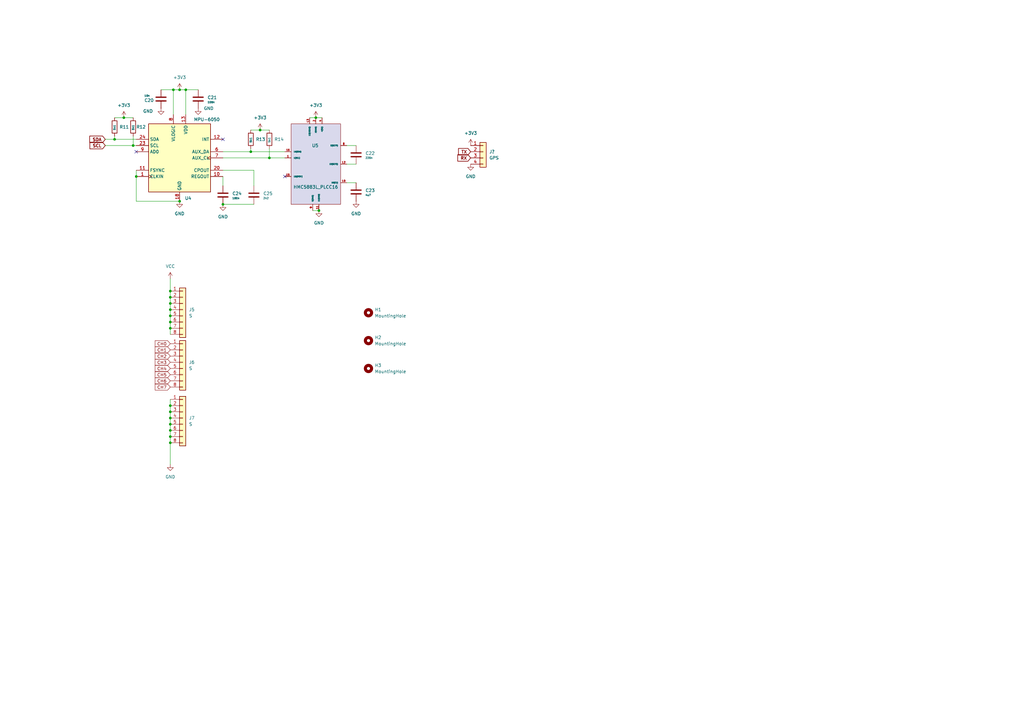
<source format=kicad_sch>
(kicad_sch (version 20250114) (generator "eeschema") (generator_version "9.0")
  (paper "A3")
  (lib_symbols
    (symbol "Connector_Generic:Conn_01x04" (pin_names (offset 1.016) (hide yes))
      (property "Reference" "J" (at 0 5.08 0))
      (property "Value" "Conn_01x04" (at 0 -7.62 0))
      (symbol "Conn_01x04_1_1"
        (rectangle (start -1.27 3.81) (end 1.27 -6.35) (stroke (width 0.254)) (fill (type background)))
        (rectangle (start -1.27 2.667) (end 0 2.413) (stroke (width 0.1524)))
        (rectangle (start -1.27 0.127) (end 0 -0.127) (stroke (width 0.1524)))
        (rectangle (start -1.27 -2.413) (end 0 -2.667) (stroke (width 0.1524)))
        (rectangle (start -1.27 -4.953) (end 0 -5.207) (stroke (width 0.1524)))
        (pin passive line (at -5.08 2.54 0) (length 3.81) (name "Pin_1") (number "1"))
        (pin passive line (at -5.08 0 0) (length 3.81) (name "Pin_2") (number "2"))
        (pin passive line (at -5.08 -2.54 0) (length 3.81) (name "Pin_3") (number "3"))
        (pin passive line (at -5.08 -5.08 0) (length 3.81) (name "Pin_4") (number "4"))
      )
    )
    (symbol "Connector_Generic:Conn_01x08" (pin_names (offset 1.016) (hide yes))
      (property "Reference" "J" (at 0 10.16 0))
      (property "Value" "Conn_01x08" (at 0 -12.7 0))
      (symbol "Conn_01x08_1_1"
        (rectangle (start -1.27 8.89) (end 1.27 -11.43) (stroke (width 0.254)) (fill (type background)))
        (rectangle (start -1.27 7.747) (end 0 7.493) (stroke (width 0.1524)))
        (rectangle (start -1.27 5.207) (end 0 4.953) (stroke (width 0.1524)))
        (rectangle (start -1.27 2.667) (end 0 2.413) (stroke (width 0.1524)))
        (rectangle (start -1.27 0.127) (end 0 -0.127) (stroke (width 0.1524)))
        (rectangle (start -1.27 -2.413) (end 0 -2.667) (stroke (width 0.1524)))
        (rectangle (start -1.27 -4.953) (end 0 -5.207) (stroke (width 0.1524)))
        (rectangle (start -1.27 -7.493) (end 0 -7.747) (stroke (width 0.1524)))
        (rectangle (start -1.27 -10.033) (end 0 -10.287) (stroke (width 0.1524)))
        (pin passive line (at -5.08 7.62 0) (length 3.81) (name "Pin_1") (number "1"))
        (pin passive line (at -5.08 5.08 0) (length 3.81) (name "Pin_2") (number "2"))
        (pin passive line (at -5.08 2.54 0) (length 3.81) (name "Pin_3") (number "3"))
        (pin passive line (at -5.08 0 0) (length 3.81) (name "Pin_4") (number "4"))
        (pin passive line (at -5.08 -2.54 0) (length 3.81) (name "Pin_5") (number "5"))
        (pin passive line (at -5.08 -5.08 0) (length 3.81) (name "Pin_6") (number "6"))
        (pin passive line (at -5.08 -7.62 0) (length 3.81) (name "Pin_7") (number "7"))
        (pin passive line (at -5.08 -10.16 0) (length 3.81) (name "Pin_8") (number "8"))
      )
    )
    (symbol "Device:C" (pin_numbers (hide yes)) (pin_names (offset 0.254))
      (property "Reference" "C" (at 0.635 2.54 0))
      (property "Value" "C" (at 0.635 -2.54 0))
      (symbol "C_0_1"
        (polyline (pts (xy -2.032 0.762) (xy 2.032 0.762)) (stroke (width 0.508)))
        (polyline (pts (xy -2.032 -0.762) (xy 2.032 -0.762)) (stroke (width 0.508)))
      )
      (symbol "C_1_1"
        (pin passive line (at 0 3.81 270) (length 2.794) (name "~") (number "1"))
        (pin passive line (at 0 -3.81 90) (length 2.794) (name "~") (number "2"))
      )
    )
    (symbol "Device:R" (pin_numbers (hide yes)) (pin_names (offset 0))
      (property "Reference" "R" (at 2.032 0 90))
      (property "Value" "R" (at 0 0 90))
      (symbol "R_0_1"
        (rectangle (start -1.016 -2.54) (end 1.016 2.54) (stroke (width 0.254)))
      )
      (symbol "R_1_1"
        (pin passive line (at 0 3.81 270) (length 1.27) (name "~") (number "1"))
        (pin passive line (at 0 -3.81 90) (length 1.27) (name "~") (number "2"))
      )
    )
    (symbol "MAGNETIC-HMC5883L_PLCC16_:MAGNETIC-HMC5883L_PLCC16_" (pin_names (offset 1.016))
      (property "Reference" "U5" (at -0.254 7.62 0))
      (symbol "MAGNETIC-HMC5883L_PLCC16__0_0"
        (pin bidirectional line (at -12.7 5.08 0) (length 2.54) (name "16(SDA)") (number "16"))
        (pin bidirectional line (at -12.7 2.54 0) (length 2.54) (name "1(SCL)") (number "1"))
        (pin bidirectional line (at -12.7 -5.08 0) (length 2.54) (name "15(DRDY)") (number "15"))
        (pin power_in line (at -2.54 19.05 270) (length 2.54) (name "13(VDDIO)") (number "13"))
        (pin power_in line (at -1.27 -19.05 90) (length 2.54) (name "9(GND)") (number "9"))
        (pin power_in line (at 0 19.05 270) (length 2.54) (name "2(VDD)") (number "2"))
        (pin power_in line (at 1.27 -19.05 90) (length 2.54) (name "11(GND)") (number "11"))
        (pin bidirectional line (at 2.54 19.05 270) (length 2.54) (name "4(S1)") (number "4"))
        (pin bidirectional line (at 12.7 7.62 180) (length 2.54) (name "8(SETP)") (number "8"))
        (pin bidirectional line (at 12.7 0 180) (length 2.54) (name "12(SETC)") (number "12"))
        (pin bidirectional line (at 12.7 -7.62 180) (length 2.54) (name "10(C1)") (number "10"))
      )
      (symbol "MAGNETIC-HMC5883L_PLCC16__1_1"
        (rectangle (start -10.16 16.51) (end 10.16 -16.51) (fill (type color) (color 0 0 132 0.15)))
      )
    )
    (symbol "Mechanical:MountingHole" (pin_names (offset 1.016)) (in_bom no)
      (property "Reference" "H" (at 0 5.08 0))
      (property "Value" "MountingHole" (at 0 3.175 0))
      (symbol "MountingHole_0_1"
        (circle (center 0 0) (radius 1.27) (stroke (width 1.27)))
      )
    )
    (symbol "Sensor_Motion:MPU-6050"
      (property "Reference" "U" (at -11.43 13.97 0))
      (property "Value" "MPU-6050" (at 7.62 -15.24 0))
      (symbol "MPU-6050_0_0"
        (text "" (at 12.7 -2.54 0) (effects (font (size 1.27 1.27))))
      )
      (symbol "MPU-6050_0_1"
        (rectangle (start -12.7 13.97) (end 12.7 -13.97) (stroke (width 0.254)) (fill (type background)))
      )
      (symbol "MPU-6050_1_1"
        (pin bidirectional line (at -17.78 7.62 0) (length 5.08) (name "SDA") (number "24"))
        (pin input line (at -17.78 5.08 0) (length 5.08) (name "SCL") (number "23"))
        (pin input line (at -17.78 2.54 0) (length 5.08) (name "AD0") (number "9"))
        (pin input line (at -17.78 -5.08 0) (length 5.08) (name "FSYNC") (number "11"))
        (pin input clock (at -17.78 -7.62 0) (length 5.08) (name "CLKIN") (number "1"))
        (pin no_connect line (at -12.7 12.7 0) (length 2.54) (hide yes) (name "NC") (number "2"))
        (pin no_connect line (at -12.7 10.16 0) (length 2.54) (hide yes) (name "NC") (number "3"))
        (pin no_connect line (at -12.7 0 0) (length 2.54) (hide yes) (name "NC") (number "4"))
        (pin no_connect line (at -12.7 -2.54 0) (length 2.54) (hide yes) (name "NC") (number "5"))
        (pin no_connect line (at -12.7 -10.16 0) (length 2.54) (hide yes) (name "NC") (number "14"))
        (pin power_in line (at -2.54 17.78 270) (length 3.81) (name "VLOGIC") (number "8"))
        (pin power_in line (at 0 -17.78 90) (length 3.81) (name "GND") (number "18"))
        (pin power_in line (at 2.54 17.78 270) (length 3.81) (name "VDD") (number "13"))
        (pin no_connect line (at 12.7 12.7 180) (length 2.54) (hide yes) (name "NC") (number "15"))
        (pin no_connect line (at 12.7 10.16 180) (length 2.54) (hide yes) (name "NC") (number "16"))
        (pin no_connect line (at 12.7 5.08 180) (length 2.54) (hide yes) (name "NC") (number "17"))
        (pin no_connect line (at 12.7 -2.54 180) (length 2.54) (hide yes) (name "RESV") (number "21"))
        (pin no_connect line (at 12.7 -10.16 180) (length 2.54) (hide yes) (name "RESV") (number "19"))
        (pin no_connect line (at 12.7 -12.7 180) (length 2.54) (hide yes) (name "RESV") (number "22"))
        (pin output line (at 17.78 7.62 180) (length 5.08) (name "INT") (number "12"))
        (pin bidirectional line (at 17.78 2.54 180) (length 5.08) (name "AUX_DA") (number "6"))
        (pin output clock (at 17.78 0 180) (length 5.08) (name "AUX_CL") (number "7"))
        (pin passive line (at 17.78 -5.08 180) (length 5.08) (name "CPOUT") (number "20"))
        (pin passive line (at 17.78 -7.62 180) (length 5.08) (name "REGOUT") (number "10"))
      )
    )
    (symbol "power:+3V3" (power) (pin_numbers (hide yes)) (pin_names (offset 0) (hide yes))
      (property "Value" "+3V3" (at 0 3.556 0))
      (symbol "+3V3_0_1"
        (polyline (pts (xy -0.762 1.27) (xy 0 2.54)))
        (polyline (pts (xy 0 2.54) (xy 0.762 1.27)))
        (polyline (pts (xy 0 0) (xy 0 2.54)))
      )
      (symbol "+3V3_1_1"
        (pin power_in line (at 0 0 90) (length 0) (name "~") (number "1"))
      )
    )
    (symbol "power:GND" (power) (pin_numbers (hide yes)) (pin_names (offset 0) (hide yes))
      (property "Value" "GND" (at 0 -3.81 0))
      (symbol "GND_0_1"
        (polyline (pts (xy 0 0) (xy 0 -1.27) (xy 1.27 -1.27) (xy 0 -2.54) (xy -1.27 -1.27) (xy 0 -1.27)))
      )
      (symbol "GND_1_1"
        (pin power_in line (at 0 0 270) (length 0) (name "~") (number "1"))
      )
    )
    (symbol "power:VCC" (power) (pin_numbers (hide yes)) (pin_names (offset 0) (hide yes))
      (property "Value" "VCC" (at 0 3.556 0))
      (symbol "VCC_0_1"
        (polyline (pts (xy -0.762 1.27) (xy 0 2.54)))
        (polyline (pts (xy 0 2.54) (xy 0.762 1.27)))
        (polyline (pts (xy 0 0) (xy 0 2.54)))
      )
      (symbol "VCC_1_1"
        (pin power_in line (at 0 0 90) (length 0) (name "~") (number "1"))
      )
    )
  )
  (junction (at 106.68 53.34))
  (junction (at 91.44 83.82))
  (junction (at 69.85 181.61))
  (junction (at 69.85 179.07))
  (junction (at 129.54 48.26))
  (junction (at 69.85 121.92))
  (junction (at 71.12 36.83))
  (junction (at 69.85 124.46))
  (junction (at 69.85 129.54))
  (junction (at 69.85 176.53))
  (junction (at 69.85 127))
  (junction (at 69.85 132.08))
  (junction (at 73.66 82.55))
  (junction (at 69.85 166.37))
  (junction (at 69.85 168.91))
  (junction (at 110.49 64.77))
  (junction (at 76.2 36.83))
  (junction (at 69.85 171.45))
  (junction (at 69.85 119.38))
  (junction (at 69.85 173.99))
  (junction (at 69.85 134.62))
  (junction (at 130.81 86.36))
  (junction (at 55.88 72.39))
  (junction (at 102.87 62.23))
  (junction (at 50.8 48.26))
  (junction (at 46.99 57.15))
  (junction (at 73.66 36.83))
  (junction (at 54.61 59.69))
  (no_connect (at 116.84 72.39))
  (no_connect (at 91.44 57.15))
  (no_connect (at 55.88 62.23))
  (wire (pts (xy 102.87 62.23) (xy 116.84 62.23)))
  (wire (pts (xy 69.85 127) (xy 69.85 129.54)))
  (wire (pts (xy 71.12 36.83) (xy 71.12 46.99)))
  (wire (pts (xy 69.85 173.99) (xy 69.85 176.53)))
  (wire (pts (xy 91.44 62.23) (xy 102.87 62.23)))
  (wire (pts (xy 110.49 60.96) (xy 110.49 64.77)))
  (wire (pts (xy 129.54 48.26) (xy 132.08 48.26)))
  (wire (pts (xy 91.44 76.2) (xy 91.44 72.39)))
  (wire (pts (xy 69.85 124.46) (xy 69.85 127)))
  (wire (pts (xy 142.24 74.93) (xy 146.05 74.93)))
  (wire (pts (xy 73.66 36.83) (xy 76.2 36.83)))
  (wire (pts (xy 69.85 121.92) (xy 69.85 124.46)))
  (wire (pts (xy 55.88 72.39) (xy 55.88 82.55)))
  (wire (pts (xy 127 48.26) (xy 129.54 48.26)))
  (wire (pts (xy 69.85 119.38) (xy 69.85 121.92)))
  (wire (pts (xy 69.85 129.54) (xy 69.85 132.08)))
  (wire (pts (xy 106.68 53.34) (xy 110.49 53.34)))
  (wire (pts (xy 55.88 69.85) (xy 55.88 72.39)))
  (wire (pts (xy 69.85 171.45) (xy 69.85 173.99)))
  (wire (pts (xy 91.44 69.85) (xy 104.14 69.85)))
  (wire (pts (xy 69.85 179.07) (xy 69.85 181.61)))
  (wire (pts (xy 110.49 64.77) (xy 116.84 64.77)))
  (wire (pts (xy 81.28 36.83) (xy 76.2 36.83)))
  (wire (pts (xy 69.85 132.08) (xy 69.85 134.62)))
  (wire (pts (xy 69.85 181.61) (xy 69.85 190.5)))
  (wire (pts (xy 50.8 48.26) (xy 54.61 48.26)))
  (wire (pts (xy 66.04 36.83) (xy 71.12 36.83)))
  (wire (pts (xy 69.85 168.91) (xy 69.85 171.45)))
  (wire (pts (xy 104.14 69.85) (xy 104.14 76.2)))
  (wire (pts (xy 69.85 114.3) (xy 69.85 119.38)))
  (wire (pts (xy 55.88 82.55) (xy 73.66 82.55)))
  (wire (pts (xy 69.85 163.83) (xy 69.85 166.37)))
  (wire (pts (xy 102.87 53.34) (xy 106.68 53.34)))
  (wire (pts (xy 54.61 59.69) (xy 55.88 59.69)))
  (wire (pts (xy 69.85 176.53) (xy 69.85 179.07)))
  (wire (pts (xy 71.12 36.83) (xy 73.66 36.83)))
  (wire (pts (xy 43.18 57.15) (xy 46.99 57.15)))
  (wire (pts (xy 69.85 134.62) (xy 69.85 137.16)))
  (wire (pts (xy 91.44 83.82) (xy 104.14 83.82)))
  (wire (pts (xy 76.2 36.83) (xy 76.2 46.99)))
  (wire (pts (xy 43.18 59.69) (xy 54.61 59.69)))
  (wire (pts (xy 142.24 59.69) (xy 146.05 59.69)))
  (wire (pts (xy 142.24 67.31) (xy 146.05 67.31)))
  (wire (pts (xy 69.85 166.37) (xy 69.85 168.91)))
  (wire (pts (xy 102.87 60.96) (xy 102.87 62.23)))
  (wire (pts (xy 46.99 57.15) (xy 55.88 57.15)))
  (wire (pts (xy 128.27 86.36) (xy 130.81 86.36)))
  (wire (pts (xy 46.99 48.26) (xy 50.8 48.26)))
  (wire (pts (xy 91.44 64.77) (xy 110.49 64.77)))
  (wire (pts (xy 46.99 55.88) (xy 46.99 57.15)))
  (wire (pts (xy 54.61 55.88) (xy 54.61 59.69)))
  (global_label "CH7" (shape input) (at 69.85 158.75 180) (effects (font (thickness 0.1588))) (property "Intersheetrefs" "${INTERSHEET_REFS}" (effects (hide yes))))
  (global_label "CH3" (shape input) (at 69.85 148.59 180) (effects (font (thickness 0.1588))) (property "Intersheetrefs" "${INTERSHEET_REFS}" (effects (hide yes))))
  (global_label "CH6" (shape input) (at 69.85 156.21 180) (effects (font (thickness 0.1588))) (property "Intersheetrefs" "${INTERSHEET_REFS}" (effects (hide yes))))
  (global_label "CH2" (shape input) (at 69.85 146.05 180) (effects (font (thickness 0.1588))) (property "Intersheetrefs" "${INTERSHEET_REFS}" (effects (hide yes))))
  (global_label "SDA" (shape input) (at 43.18 57.15 180) (effects (font (thickness 0.254) (bold yes))) (property "Intersheetrefs" "${INTERSHEET_REFS}" (effects (hide yes))))
  (global_label "SCL" (shape input) (at 43.18 59.69 180) (effects (font (thickness 0.254) (bold yes))) (property "Intersheetrefs" "${INTERSHEET_REFS}" (effects (hide yes))))
  (global_label "CH4" (shape input) (at 69.85 151.13 180) (effects (font (thickness 0.1588))) (property "Intersheetrefs" "${INTERSHEET_REFS}" (effects (hide yes))))
  (global_label "CH5" (shape input) (at 69.85 153.67 180) (effects (font (thickness 0.1588))) (property "Intersheetrefs" "${INTERSHEET_REFS}" (effects (hide yes))))
  (global_label "TX" (shape input) (at 193.04 62.23 180) (effects (font (thickness 0.254) (bold yes))) (property "Intersheetrefs" "${INTERSHEET_REFS}" (effects (hide yes))))
  (global_label "CH1" (shape input) (at 69.85 143.51 180) (effects (font (thickness 0.1588))) (property "Intersheetrefs" "${INTERSHEET_REFS}" (effects (hide yes))))
  (global_label "CH0" (shape input) (at 69.85 140.97 180) (effects (font (thickness 0.1588))) (property "Intersheetrefs" "${INTERSHEET_REFS}" (effects (hide yes))))
  (global_label "RX" (shape input) (at 193.04 64.77 180) (effects (font (thickness 0.254) (bold yes))) (property "Intersheetrefs" "${INTERSHEET_REFS}" (effects (hide yes))))
  (symbol (lib_id "Device:C") (at 66.04 40.64 0) (mirror x) (unit 1)
    (property "Reference" "C20" (at 59.182 41.148 0) (effects (justify left)))
    (property "Value" "10n" (at 59.182 39.2429 0) (effects (font (size 0.762 0.762)) (justify left)))
    (property "Footprint" "Capacitor_SMD:C_0603_1608Metric" (effects (hide yes)))
    (property "Description" "Unpolarized capacitor" (effects (hide yes)))
  )
  (symbol (lib_id "power:GND") (at 73.66 82.55 0) (unit 1)
    (property "Reference" "#PWR040" (effects (hide yes)))
    (property "Value" "GND" (at 73.66 87.63 0))
    (property "Description" "Power symbol creates a global label with name \"GND\" , ground" (effects (hide yes)))
  )
  (symbol (lib_id "Device:C") (at 104.14 80.01 0) (unit 1)
    (property "Reference" "C25" (at 107.95 79.3749 0) (effects (justify left)))
    (property "Value" "2n2" (at 107.95 81.28 0) (effects (font (size 0.762 0.762)) (justify left)))
    (property "Footprint" "Capacitor_SMD:C_0603_1608Metric" (effects (hide yes)))
    (property "Description" "Unpolarized capacitor" (effects (hide yes)))
  )
  (symbol (lib_id "power:GND") (at 193.04 67.31 0) (unit 1)
    (property "Reference" "#PWR039" (effects (hide yes)))
    (property "Value" "GND" (at 193.04 72.39 0))
    (property "Description" "Power symbol creates a global label with name \"GND\" , ground" (effects (hide yes)))
    (instances (project "Controller Pad" (path "" (reference "#PWR?") (unit 1))) (project "" (path "" (reference "#PWR039") (unit 1))))
  )
  (symbol (lib_id "MAGNETIC-HMC5883L_PLCC16_:MAGNETIC-HMC5883L_PLCC16_") (at 129.54 67.31 0) (unit 1)
    (property "Reference" "U5" (at 129.286 59.69 0))
    (property "Value" "HMC5883L_PLCC16" (at 129.54 76.708 0))
    (property "Footprint" "MAGNETIC-HMC5883L_PLCC16_:PLCC16-0.5-3X3MM" (effects (hide yes)))
    (property "MF" "Honeywell Aerospace" (effects (hide yes)))
    (property "Description_1" "HMC5883L series Magnetic, Digital Compass Sensor Evaluation Board" (effects (hide yes)))
    (property "Package" "None" (effects (hide yes)))
    (property "MPN" "HMC5883L" (effects (hide yes)))
    (property "Price" "None" (effects (hide yes)))
    (property "VALUE" "HMC5883L" (effects (hide yes)))
    (property "SnapEDA_Link" "https://www.snapeda.com/parts/HMC5883L/Honeywell/view-part/?ref=snap" (effects (hide yes)))
    (property "MP" "HMC5883L" (effects (hide yes)))
    (property "Availability" "In Stock" (effects (hide yes)))
    (property "Check_prices" "https://www.snapeda.com/parts/HMC5883L/Honeywell/view-part/?ref=eda" (effects (hide yes)))
  )
  (symbol (lib_id "power:GND") (at 91.44 83.82 0) (unit 1)
    (property "Reference" "#PWR042" (effects (hide yes)))
    (property "Value" "GND" (at 91.44 88.9 0))
    (property "Description" "Power symbol creates a global label with name \"GND\" , ground" (effects (hide yes)))
  )
  (symbol (lib_id "power:+3V3") (at 73.66 36.83 0) (unit 1)
    (property "Reference" "#PWR032" (effects (hide yes)))
    (property "Value" "+3V3" (at 73.66 31.75 0))
    (property "Description" "Power symbol creates a global label with name \"+3V3\"" (effects (hide yes)))
  )
  (symbol (lib_id "Connector_Generic:Conn_01x04") (at 198.12 62.23 0) (unit 1)
    (property "Reference" "J4" (at 200.66 62.2299 0) (effects (justify left)))
    (property "Value" "GPS" (at 200.66 64.7699 0) (effects (justify left)))
    (property "Footprint" "Connector_PinHeader_2.54mm:PinHeader_1x04_P2.54mm_Vertical" (effects (hide yes)))
    (property "Description" "Generic connector, single row, 01x04, script generated (kicad-library-utils/schlib/autogen/connector/)" (effects (hide yes)))
    (instances (project "" (path "" (reference "J?") (unit 1))) (project "" (path "" (reference "J4") (unit 1))))
  )
  (symbol (lib_id "power:+3V3") (at 129.54 48.26 0) (unit 1)
    (property "Reference" "#PWR036" (effects (hide yes)))
    (property "Value" "+3V3" (at 129.54 43.18 0))
    (property "Description" "Power symbol creates a global label with name \"+3V3\"" (effects (hide yes)))
  )
  (symbol (lib_id "power:GND") (at 66.04 44.45 0) (unit 1)
    (property "Reference" "#PWR033" (effects (hide yes)))
    (property "Value" "GND" (at 60.706 45.5929 0))
    (property "Description" "Power symbol creates a global label with name \"GND\" , ground" (effects (hide yes)))
  )
  (symbol (lib_id "power:GND") (at 130.81 86.36 0) (unit 1)
    (property "Reference" "#PWR043" (effects (hide yes)))
    (property "Value" "GND" (at 130.81 91.44 0))
    (property "Description" "Power symbol creates a global label with name \"GND\" , ground" (effects (hide yes)))
  )
  (symbol (lib_id "Device:C") (at 146.05 78.74 0) (unit 1)
    (property "Reference" "C23" (at 149.86 78.1049 0) (effects (justify left)))
    (property "Value" "4u7" (at 149.86 80.01 0) (effects (font (size 0.762 0.762)) (justify left)))
    (property "Footprint" "Capacitor_SMD:C_0603_1608Metric" (effects (hide yes)))
    (property "Description" "Unpolarized capacitor" (effects (hide yes)))
  )
  (symbol (lib_id "power:GND") (at 146.05 82.55 0) (unit 1)
    (property "Reference" "#PWR041" (effects (hide yes)))
    (property "Value" "GND" (at 146.05 87.63 0))
    (property "Description" "Power symbol creates a global label with name \"GND\" , ground" (effects (hide yes)))
  )
  (symbol (lib_id "Connector_Generic:Conn_01x08") (at 74.93 148.59 0) (unit 1)
    (property "Reference" "J6" (at 77.47 148.5899 0) (effects (justify left)))
    (property "Value" "S" (at 77.47 151.1299 0) (effects (justify left)))
    (property "Footprint" "Connector_PinHeader_2.54mm:PinHeader_1x08_P2.54mm_Vertical" (effects (hide yes)))
    (property "Description" "Generic connector, single row, 01x08, script generated (kicad-library-utils/schlib/autogen/connector/)" (effects (hide yes)))
  )
  (symbol (lib_id "Device:R") (at 54.61 52.07 0) (unit 1)
    (property "Reference" "R12" (at 55.88 52.07 0) (effects (justify left)))
    (property "Value" "5k1" (at 54.61 52.324 90) (effects (font (size 0.762 0.762))))
    (property "Footprint" "Resistor_SMD:R_0603_1608Metric" (effects (hide yes)))
    (property "Description" "Resistor" (effects (hide yes)))
  )
  (symbol (lib_id "power:+3V3") (at 106.68 53.34 0) (unit 1)
    (property "Reference" "#PWR037" (effects (hide yes)))
    (property "Value" "+3V3" (at 106.68 48.26 0))
    (property "Description" "Power symbol creates a global label with name \"+3V3\"" (effects (hide yes)))
  )
  (symbol (lib_id "Connector_Generic:Conn_01x08") (at 74.93 171.45 0) (unit 1)
    (property "Reference" "J7" (at 77.47 171.4499 0) (effects (justify left)))
    (property "Value" "S" (at 77.47 173.9899 0) (effects (justify left)))
    (property "Footprint" "Connector_PinHeader_2.54mm:PinHeader_1x08_P2.54mm_Vertical" (effects (hide yes)))
    (property "Description" "Generic connector, single row, 01x08, script generated (kicad-library-utils/schlib/autogen/connector/)" (effects (hide yes)))
  )
  (symbol (lib_id "power:GND") (at 81.28 44.45 0) (unit 1)
    (property "Reference" "#PWR034" (effects (hide yes)))
    (property "Value" "GND" (at 85.598 44.45 0))
    (property "Description" "Power symbol creates a global label with name \"GND\" , ground" (effects (hide yes)))
  )
  (symbol (lib_id "Mechanical:MountingHole") (at 151.13 139.7 0) (unit 1) (in_bom no)
    (property "Reference" "H2" (at 153.67 138.4299 0) (effects (justify left)))
    (property "Value" "MountingHole" (at 153.67 140.9699 0) (effects (justify left)))
    (property "Footprint" "MountingHole:MountingHole_2.5mm" (effects (hide yes)))
    (property "Description" "Mounting Hole without connection" (effects (hide yes)))
  )
  (symbol (lib_id "Device:C") (at 146.05 63.5 0) (unit 1)
    (property "Reference" "C22" (at 149.86 62.8649 0) (effects (justify left)))
    (property "Value" "220n" (at 149.86 64.77 0) (effects (font (size 0.762 0.762)) (justify left)))
    (property "Footprint" "Capacitor_SMD:C_0603_1608Metric" (effects (hide yes)))
    (property "Description" "Unpolarized capacitor" (effects (hide yes)))
  )
  (symbol (lib_id "Connector_Generic:Conn_01x08") (at 74.93 127 0) (unit 1)
    (property "Reference" "J5" (at 77.47 126.9999 0) (effects (justify left)))
    (property "Value" "S" (at 77.47 129.5399 0) (effects (justify left)))
    (property "Footprint" "Connector_PinHeader_2.54mm:PinHeader_1x08_P2.54mm_Vertical" (effects (hide yes)))
    (property "Description" "Generic connector, single row, 01x08, script generated (kicad-library-utils/schlib/autogen/connector/)" (effects (hide yes)))
  )
  (symbol (lib_id "Mechanical:MountingHole") (at 151.13 128.27 0) (unit 1) (in_bom no)
    (property "Reference" "H1" (at 153.67 126.9999 0) (effects (justify left)))
    (property "Value" "MountingHole" (at 153.67 129.5399 0) (effects (justify left)))
    (property "Footprint" "MountingHole:MountingHole_2.5mm" (effects (hide yes)))
    (property "Description" "Mounting Hole without connection" (effects (hide yes)))
  )
  (symbol (lib_id "Device:R") (at 46.99 52.07 0) (unit 1)
    (property "Reference" "R11" (at 49.022 52.07 0) (effects (justify left)))
    (property "Value" "5k1" (at 46.99 52.324 90) (effects (font (size 0.762 0.762))))
    (property "Footprint" "Resistor_SMD:R_0603_1608Metric" (effects (hide yes)))
    (property "Description" "Resistor" (effects (hide yes)))
  )
  (symbol (lib_id "Device:C") (at 91.44 80.01 0) (unit 1)
    (property "Reference" "C24" (at 95.25 79.3749 0) (effects (justify left)))
    (property "Value" "100n" (at 95.25 81.28 0) (effects (font (size 0.762 0.762)) (justify left)))
    (property "Footprint" "Capacitor_SMD:C_0603_1608Metric" (effects (hide yes)))
    (property "Description" "Unpolarized capacitor" (effects (hide yes)))
  )
  (symbol (lib_id "Device:R") (at 102.87 57.15 0) (unit 1)
    (property "Reference" "R13" (at 104.902 57.15 0) (effects (justify left)))
    (property "Value" "5k1" (at 102.87 57.404 90) (effects (font (size 0.762 0.762))))
    (property "Footprint" "Resistor_SMD:R_0603_1608Metric" (effects (hide yes)))
    (property "Description" "Resistor" (effects (hide yes)))
  )
  (symbol (lib_id "power:GND") (at 69.85 190.5 0) (unit 1)
    (property "Reference" "#PWR045" (effects (hide yes)))
    (property "Value" "GND" (at 69.85 195.58 0))
    (property "Description" "Power symbol creates a global label with name \"GND\" , ground" (effects (hide yes)))
  )
  (symbol (lib_id "Device:C") (at 81.28 40.64 0) (unit 1)
    (property "Reference" "C21" (at 85.09 40.0049 0) (effects (justify left)))
    (property "Value" "100n" (at 85.09 41.91 0) (effects (font (size 0.762 0.762)) (justify left)))
    (property "Footprint" "Capacitor_SMD:C_0603_1608Metric" (effects (hide yes)))
    (property "Description" "Unpolarized capacitor" (effects (hide yes)))
  )
  (symbol (lib_id "power:+3V3") (at 50.8 48.26 0) (unit 1)
    (property "Reference" "#PWR035" (effects (hide yes)))
    (property "Value" "+3V3" (at 50.8 43.18 0))
    (property "Description" "Power symbol creates a global label with name \"+3V3\"" (effects (hide yes)))
  )
  (symbol (lib_id "power:+3V3") (at 193.04 59.69 0) (unit 1)
    (property "Reference" "#PWR038" (effects (hide yes)))
    (property "Value" "+3V3" (at 193.04 54.61 0))
    (property "Description" "Power symbol creates a global label with name \"+3V3\"" (effects (hide yes)))
    (instances (project "Controller Pad" (path "" (reference "#PWR?") (unit 1))) (project "" (path "" (reference "#PWR038") (unit 1))))
  )
  (symbol (lib_id "Device:R") (at 110.49 57.15 0) (unit 1)
    (property "Reference" "R14" (at 112.522 57.15 0) (effects (justify left)))
    (property "Value" "5k1" (at 110.49 57.404 90) (effects (font (size 0.762 0.762))))
    (property "Footprint" "Resistor_SMD:R_0603_1608Metric" (effects (hide yes)))
    (property "Description" "Resistor" (effects (hide yes)))
  )
  (symbol (lib_id "Sensor_Motion:MPU-6050") (at 73.66 64.77 0) (unit 1)
    (property "Reference" "U4" (at 75.8033 81.28 0) (effects (justify left)))
    (property "Value" "MPU-6050" (at 79.502 49.022 0) (effects (justify left)))
    (property "Footprint" "Sensor_Motion:InvenSense_QFN-24_4x4mm_P0.5mm" (effects (hide yes)))
    (property "Datasheet" "https://invensense.tdk.com/wp-content/uploads/2015/02/MPU-6000-Datasheet1.pdf" (effects (hide yes)))
    (property "Description" "InvenSense 6-Axis Motion Sensor, Gyroscope, Accelerometer, I2C" (effects (hide yes)))
  )
  (symbol (lib_id "Mechanical:MountingHole") (at 151.13 151.13 0) (unit 1) (in_bom no)
    (property "Reference" "H3" (at 153.67 149.8599 0) (effects (justify left)))
    (property "Value" "MountingHole" (at 153.67 152.3999 0) (effects (justify left)))
    (property "Footprint" "MountingHole:MountingHole_2.5mm" (effects (hide yes)))
    (property "Description" "Mounting Hole without connection" (effects (hide yes)))
  )
  (symbol (lib_id "power:VCC") (at 69.85 114.3 0) (unit 1)
    (property "Reference" "#PWR044" (effects (hide yes)))
    (property "Value" "VCC" (at 69.85 109.22 0))
    (property "Description" "Power symbol creates a global label with name \"VCC\"" (effects (hide yes)))
  )
)
</source>
